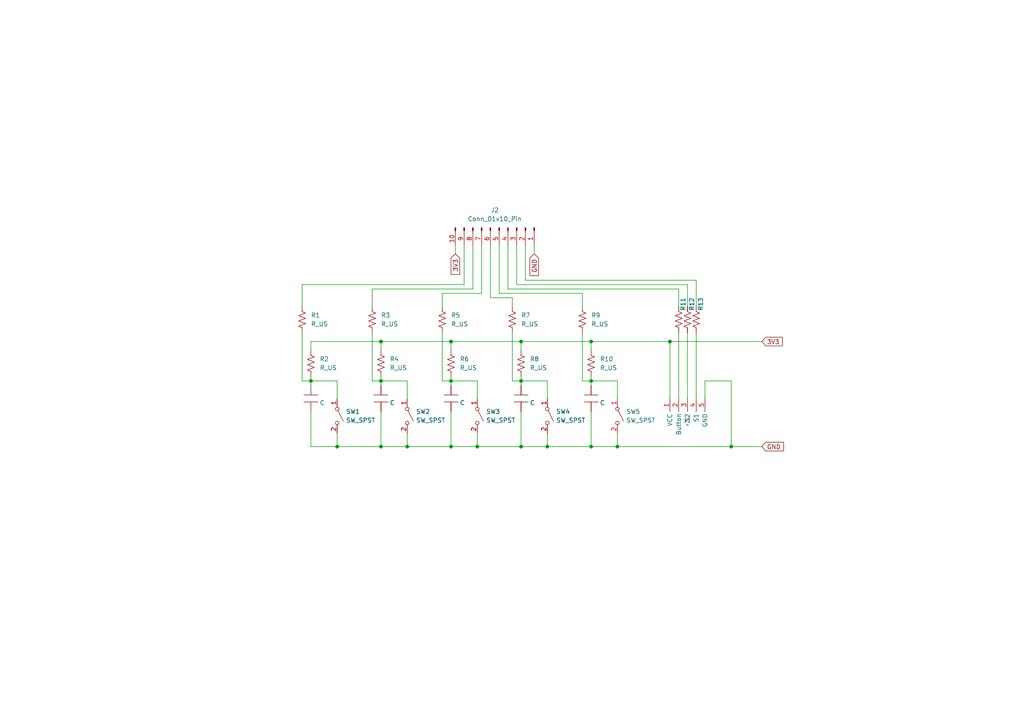
<source format=kicad_sch>
(kicad_sch
	(version 20231120)
	(generator "eeschema")
	(generator_version "8.0")
	(uuid "837ebe1c-45ae-4dbf-ae96-7aa9c5cbb648")
	(paper "A4")
	(lib_symbols
		(symbol "AB Custom:Rotary_Encoder_Breakout"
			(exclude_from_sim no)
			(in_bom yes)
			(on_board yes)
			(property "Reference" "J"
				(at 0 0 0)
				(effects
					(font
						(size 1.27 1.27)
					)
				)
			)
			(property "Value" ""
				(at 0 0 0)
				(effects
					(font
						(size 1.27 1.27)
					)
				)
			)
			(property "Footprint" ""
				(at 0 0 0)
				(effects
					(font
						(size 1.27 1.27)
					)
					(hide yes)
				)
			)
			(property "Datasheet" ""
				(at 0 0 0)
				(effects
					(font
						(size 1.27 1.27)
					)
					(hide yes)
				)
			)
			(property "Description" ""
				(at 0 0 0)
				(effects
					(font
						(size 1.27 1.27)
					)
					(hide yes)
				)
			)
			(symbol "Rotary_Encoder_Breakout_1_1"
				(pin passive line
					(at -5.08 -2.54 270)
					(length 3.81)
					(name "VCC"
						(effects
							(font
								(size 1.27 1.27)
							)
						)
					)
					(number "1"
						(effects
							(font
								(size 1.27 1.27)
							)
						)
					)
				)
				(pin passive line
					(at -2.54 -2.54 270)
					(length 3.81)
					(name "Button"
						(effects
							(font
								(size 1.27 1.27)
							)
						)
					)
					(number "2"
						(effects
							(font
								(size 1.27 1.27)
							)
						)
					)
				)
				(pin passive line
					(at 0 -2.54 270)
					(length 3.81)
					(name "S2"
						(effects
							(font
								(size 1.27 1.27)
							)
						)
					)
					(number "3"
						(effects
							(font
								(size 1.27 1.27)
							)
						)
					)
				)
				(pin passive line
					(at 2.54 -2.54 270)
					(length 3.81)
					(name "S1"
						(effects
							(font
								(size 1.27 1.27)
							)
						)
					)
					(number "4"
						(effects
							(font
								(size 1.27 1.27)
							)
						)
					)
				)
				(pin passive line
					(at 5.08 -2.54 270)
					(length 3.81)
					(name "GND"
						(effects
							(font
								(size 1.27 1.27)
							)
						)
					)
					(number "5"
						(effects
							(font
								(size 1.27 1.27)
							)
						)
					)
				)
			)
		)
		(symbol "ABCustom_Symbols:C"
			(pin_numbers hide)
			(pin_names
				(offset 0.254)
			)
			(exclude_from_sim no)
			(in_bom yes)
			(on_board yes)
			(property "Reference" "C"
				(at 0.762 2.286 0)
				(effects
					(font
						(size 1.27 1.27)
					)
					(justify left)
				)
			)
			(property "Value" "C"
				(at 0.762 -2.286 0)
				(effects
					(font
						(size 1.27 1.27)
					)
					(justify left)
				)
			)
			(property "Footprint" ""
				(at 0.9652 -3.81 0)
				(effects
					(font
						(size 1.27 1.27)
					)
					(hide yes)
				)
			)
			(property "Datasheet" "~"
				(at 0 0 0)
				(effects
					(font
						(size 1.27 1.27)
					)
					(hide yes)
				)
			)
			(property "Description" "Unpolarized capacitor"
				(at 0 0 0)
				(effects
					(font
						(size 1.27 1.27)
					)
					(hide yes)
				)
			)
			(property "ki_keywords" "cap capacitor"
				(at 0 0 0)
				(effects
					(font
						(size 1.27 1.27)
					)
					(hide yes)
				)
			)
			(property "ki_fp_filters" "C_*"
				(at 0 0 0)
				(effects
					(font
						(size 1.27 1.27)
					)
					(hide yes)
				)
			)
			(symbol "C_1_1"
				(polyline
					(pts
						(xy -2.032 -1.016) (xy 2.032 -1.016)
					)
					(stroke
						(width 0)
						(type solid)
					)
					(fill
						(type none)
					)
				)
				(polyline
					(pts
						(xy -2.032 1.016) (xy 2.032 1.016)
					)
					(stroke
						(width 0)
						(type solid)
					)
					(fill
						(type none)
					)
				)
				(pin passive line
					(at 0 3.81 270)
					(length 2.794)
					(name "~"
						(effects
							(font
								(size 1.27 1.27)
							)
						)
					)
					(number "1"
						(effects
							(font
								(size 1.27 1.27)
							)
						)
					)
				)
				(pin passive line
					(at 0 -3.81 90)
					(length 2.794)
					(name "~"
						(effects
							(font
								(size 1.27 1.27)
							)
						)
					)
					(number "2"
						(effects
							(font
								(size 1.27 1.27)
							)
						)
					)
				)
			)
		)
		(symbol "Connector:Conn_01x10_Pin"
			(pin_names
				(offset 1.016) hide)
			(exclude_from_sim no)
			(in_bom yes)
			(on_board yes)
			(property "Reference" "J"
				(at 0 12.7 0)
				(effects
					(font
						(size 1.27 1.27)
					)
				)
			)
			(property "Value" "Conn_01x10_Pin"
				(at 0 -15.24 0)
				(effects
					(font
						(size 1.27 1.27)
					)
				)
			)
			(property "Footprint" ""
				(at 0 0 0)
				(effects
					(font
						(size 1.27 1.27)
					)
					(hide yes)
				)
			)
			(property "Datasheet" "~"
				(at 0 0 0)
				(effects
					(font
						(size 1.27 1.27)
					)
					(hide yes)
				)
			)
			(property "Description" "Generic connector, single row, 01x10, script generated"
				(at 0 0 0)
				(effects
					(font
						(size 1.27 1.27)
					)
					(hide yes)
				)
			)
			(property "ki_locked" ""
				(at 0 0 0)
				(effects
					(font
						(size 1.27 1.27)
					)
				)
			)
			(property "ki_keywords" "connector"
				(at 0 0 0)
				(effects
					(font
						(size 1.27 1.27)
					)
					(hide yes)
				)
			)
			(property "ki_fp_filters" "Connector*:*_1x??_*"
				(at 0 0 0)
				(effects
					(font
						(size 1.27 1.27)
					)
					(hide yes)
				)
			)
			(symbol "Conn_01x10_Pin_1_1"
				(polyline
					(pts
						(xy 1.27 -12.7) (xy 0.8636 -12.7)
					)
					(stroke
						(width 0.1524)
						(type default)
					)
					(fill
						(type none)
					)
				)
				(polyline
					(pts
						(xy 1.27 -10.16) (xy 0.8636 -10.16)
					)
					(stroke
						(width 0.1524)
						(type default)
					)
					(fill
						(type none)
					)
				)
				(polyline
					(pts
						(xy 1.27 -7.62) (xy 0.8636 -7.62)
					)
					(stroke
						(width 0.1524)
						(type default)
					)
					(fill
						(type none)
					)
				)
				(polyline
					(pts
						(xy 1.27 -5.08) (xy 0.8636 -5.08)
					)
					(stroke
						(width 0.1524)
						(type default)
					)
					(fill
						(type none)
					)
				)
				(polyline
					(pts
						(xy 1.27 -2.54) (xy 0.8636 -2.54)
					)
					(stroke
						(width 0.1524)
						(type default)
					)
					(fill
						(type none)
					)
				)
				(polyline
					(pts
						(xy 1.27 0) (xy 0.8636 0)
					)
					(stroke
						(width 0.1524)
						(type default)
					)
					(fill
						(type none)
					)
				)
				(polyline
					(pts
						(xy 1.27 2.54) (xy 0.8636 2.54)
					)
					(stroke
						(width 0.1524)
						(type default)
					)
					(fill
						(type none)
					)
				)
				(polyline
					(pts
						(xy 1.27 5.08) (xy 0.8636 5.08)
					)
					(stroke
						(width 0.1524)
						(type default)
					)
					(fill
						(type none)
					)
				)
				(polyline
					(pts
						(xy 1.27 7.62) (xy 0.8636 7.62)
					)
					(stroke
						(width 0.1524)
						(type default)
					)
					(fill
						(type none)
					)
				)
				(polyline
					(pts
						(xy 1.27 10.16) (xy 0.8636 10.16)
					)
					(stroke
						(width 0.1524)
						(type default)
					)
					(fill
						(type none)
					)
				)
				(rectangle
					(start 0.8636 -12.573)
					(end 0 -12.827)
					(stroke
						(width 0.1524)
						(type default)
					)
					(fill
						(type outline)
					)
				)
				(rectangle
					(start 0.8636 -10.033)
					(end 0 -10.287)
					(stroke
						(width 0.1524)
						(type default)
					)
					(fill
						(type outline)
					)
				)
				(rectangle
					(start 0.8636 -7.493)
					(end 0 -7.747)
					(stroke
						(width 0.1524)
						(type default)
					)
					(fill
						(type outline)
					)
				)
				(rectangle
					(start 0.8636 -4.953)
					(end 0 -5.207)
					(stroke
						(width 0.1524)
						(type default)
					)
					(fill
						(type outline)
					)
				)
				(rectangle
					(start 0.8636 -2.413)
					(end 0 -2.667)
					(stroke
						(width 0.1524)
						(type default)
					)
					(fill
						(type outline)
					)
				)
				(rectangle
					(start 0.8636 0.127)
					(end 0 -0.127)
					(stroke
						(width 0.1524)
						(type default)
					)
					(fill
						(type outline)
					)
				)
				(rectangle
					(start 0.8636 2.667)
					(end 0 2.413)
					(stroke
						(width 0.1524)
						(type default)
					)
					(fill
						(type outline)
					)
				)
				(rectangle
					(start 0.8636 5.207)
					(end 0 4.953)
					(stroke
						(width 0.1524)
						(type default)
					)
					(fill
						(type outline)
					)
				)
				(rectangle
					(start 0.8636 7.747)
					(end 0 7.493)
					(stroke
						(width 0.1524)
						(type default)
					)
					(fill
						(type outline)
					)
				)
				(rectangle
					(start 0.8636 10.287)
					(end 0 10.033)
					(stroke
						(width 0.1524)
						(type default)
					)
					(fill
						(type outline)
					)
				)
				(pin passive line
					(at 5.08 10.16 180)
					(length 3.81)
					(name "Pin_1"
						(effects
							(font
								(size 1.27 1.27)
							)
						)
					)
					(number "1"
						(effects
							(font
								(size 1.27 1.27)
							)
						)
					)
				)
				(pin passive line
					(at 5.08 -12.7 180)
					(length 3.81)
					(name "Pin_10"
						(effects
							(font
								(size 1.27 1.27)
							)
						)
					)
					(number "10"
						(effects
							(font
								(size 1.27 1.27)
							)
						)
					)
				)
				(pin passive line
					(at 5.08 7.62 180)
					(length 3.81)
					(name "Pin_2"
						(effects
							(font
								(size 1.27 1.27)
							)
						)
					)
					(number "2"
						(effects
							(font
								(size 1.27 1.27)
							)
						)
					)
				)
				(pin passive line
					(at 5.08 5.08 180)
					(length 3.81)
					(name "Pin_3"
						(effects
							(font
								(size 1.27 1.27)
							)
						)
					)
					(number "3"
						(effects
							(font
								(size 1.27 1.27)
							)
						)
					)
				)
				(pin passive line
					(at 5.08 2.54 180)
					(length 3.81)
					(name "Pin_4"
						(effects
							(font
								(size 1.27 1.27)
							)
						)
					)
					(number "4"
						(effects
							(font
								(size 1.27 1.27)
							)
						)
					)
				)
				(pin passive line
					(at 5.08 0 180)
					(length 3.81)
					(name "Pin_5"
						(effects
							(font
								(size 1.27 1.27)
							)
						)
					)
					(number "5"
						(effects
							(font
								(size 1.27 1.27)
							)
						)
					)
				)
				(pin passive line
					(at 5.08 -2.54 180)
					(length 3.81)
					(name "Pin_6"
						(effects
							(font
								(size 1.27 1.27)
							)
						)
					)
					(number "6"
						(effects
							(font
								(size 1.27 1.27)
							)
						)
					)
				)
				(pin passive line
					(at 5.08 -5.08 180)
					(length 3.81)
					(name "Pin_7"
						(effects
							(font
								(size 1.27 1.27)
							)
						)
					)
					(number "7"
						(effects
							(font
								(size 1.27 1.27)
							)
						)
					)
				)
				(pin passive line
					(at 5.08 -7.62 180)
					(length 3.81)
					(name "Pin_8"
						(effects
							(font
								(size 1.27 1.27)
							)
						)
					)
					(number "8"
						(effects
							(font
								(size 1.27 1.27)
							)
						)
					)
				)
				(pin passive line
					(at 5.08 -10.16 180)
					(length 3.81)
					(name "Pin_9"
						(effects
							(font
								(size 1.27 1.27)
							)
						)
					)
					(number "9"
						(effects
							(font
								(size 1.27 1.27)
							)
						)
					)
				)
			)
		)
		(symbol "Device:R_US"
			(pin_numbers hide)
			(pin_names
				(offset 0)
			)
			(exclude_from_sim no)
			(in_bom yes)
			(on_board yes)
			(property "Reference" "R"
				(at 2.54 0 90)
				(effects
					(font
						(size 1.27 1.27)
					)
				)
			)
			(property "Value" "R_US"
				(at -2.54 0 90)
				(effects
					(font
						(size 1.27 1.27)
					)
				)
			)
			(property "Footprint" ""
				(at 1.016 -0.254 90)
				(effects
					(font
						(size 1.27 1.27)
					)
					(hide yes)
				)
			)
			(property "Datasheet" "~"
				(at 0 0 0)
				(effects
					(font
						(size 1.27 1.27)
					)
					(hide yes)
				)
			)
			(property "Description" "Resistor, US symbol"
				(at 0 0 0)
				(effects
					(font
						(size 1.27 1.27)
					)
					(hide yes)
				)
			)
			(property "ki_keywords" "R res resistor"
				(at 0 0 0)
				(effects
					(font
						(size 1.27 1.27)
					)
					(hide yes)
				)
			)
			(property "ki_fp_filters" "R_*"
				(at 0 0 0)
				(effects
					(font
						(size 1.27 1.27)
					)
					(hide yes)
				)
			)
			(symbol "R_US_0_1"
				(polyline
					(pts
						(xy 0 -2.286) (xy 0 -2.54)
					)
					(stroke
						(width 0)
						(type default)
					)
					(fill
						(type none)
					)
				)
				(polyline
					(pts
						(xy 0 2.286) (xy 0 2.54)
					)
					(stroke
						(width 0)
						(type default)
					)
					(fill
						(type none)
					)
				)
				(polyline
					(pts
						(xy 0 -0.762) (xy 1.016 -1.143) (xy 0 -1.524) (xy -1.016 -1.905) (xy 0 -2.286)
					)
					(stroke
						(width 0)
						(type default)
					)
					(fill
						(type none)
					)
				)
				(polyline
					(pts
						(xy 0 0.762) (xy 1.016 0.381) (xy 0 0) (xy -1.016 -0.381) (xy 0 -0.762)
					)
					(stroke
						(width 0)
						(type default)
					)
					(fill
						(type none)
					)
				)
				(polyline
					(pts
						(xy 0 2.286) (xy 1.016 1.905) (xy 0 1.524) (xy -1.016 1.143) (xy 0 0.762)
					)
					(stroke
						(width 0)
						(type default)
					)
					(fill
						(type none)
					)
				)
			)
			(symbol "R_US_1_1"
				(pin passive line
					(at 0 3.81 270)
					(length 1.27)
					(name "~"
						(effects
							(font
								(size 1.27 1.27)
							)
						)
					)
					(number "1"
						(effects
							(font
								(size 1.27 1.27)
							)
						)
					)
				)
				(pin passive line
					(at 0 -3.81 90)
					(length 1.27)
					(name "~"
						(effects
							(font
								(size 1.27 1.27)
							)
						)
					)
					(number "2"
						(effects
							(font
								(size 1.27 1.27)
							)
						)
					)
				)
			)
		)
		(symbol "Switch:SW_SPST"
			(pin_names
				(offset 0) hide)
			(exclude_from_sim no)
			(in_bom yes)
			(on_board yes)
			(property "Reference" "SW"
				(at 0 3.175 0)
				(effects
					(font
						(size 1.27 1.27)
					)
				)
			)
			(property "Value" "SW_SPST"
				(at 0 -2.54 0)
				(effects
					(font
						(size 1.27 1.27)
					)
				)
			)
			(property "Footprint" ""
				(at 0 0 0)
				(effects
					(font
						(size 1.27 1.27)
					)
					(hide yes)
				)
			)
			(property "Datasheet" "~"
				(at 0 0 0)
				(effects
					(font
						(size 1.27 1.27)
					)
					(hide yes)
				)
			)
			(property "Description" "Single Pole Single Throw (SPST) switch"
				(at 0 0 0)
				(effects
					(font
						(size 1.27 1.27)
					)
					(hide yes)
				)
			)
			(property "ki_keywords" "switch lever"
				(at 0 0 0)
				(effects
					(font
						(size 1.27 1.27)
					)
					(hide yes)
				)
			)
			(symbol "SW_SPST_0_0"
				(circle
					(center -2.032 0)
					(radius 0.508)
					(stroke
						(width 0)
						(type default)
					)
					(fill
						(type none)
					)
				)
				(polyline
					(pts
						(xy -1.524 0.254) (xy 1.524 1.778)
					)
					(stroke
						(width 0)
						(type default)
					)
					(fill
						(type none)
					)
				)
				(circle
					(center 2.032 0)
					(radius 0.508)
					(stroke
						(width 0)
						(type default)
					)
					(fill
						(type none)
					)
				)
			)
			(symbol "SW_SPST_1_1"
				(pin passive line
					(at -5.08 0 0)
					(length 2.54)
					(name "A"
						(effects
							(font
								(size 1.27 1.27)
							)
						)
					)
					(number "1"
						(effects
							(font
								(size 1.27 1.27)
							)
						)
					)
				)
				(pin passive line
					(at 5.08 0 180)
					(length 2.54)
					(name "B"
						(effects
							(font
								(size 1.27 1.27)
							)
						)
					)
					(number "2"
						(effects
							(font
								(size 1.27 1.27)
							)
						)
					)
				)
			)
		)
	)
	(junction
		(at 130.81 129.54)
		(diameter 0)
		(color 0 0 0 0)
		(uuid "06406b54-fb46-4c54-bcaf-923ae1cf106d")
	)
	(junction
		(at 212.09 129.54)
		(diameter 0)
		(color 0 0 0 0)
		(uuid "26ae2fce-7878-49ec-9c7d-58d90861ade8")
	)
	(junction
		(at 97.79 129.54)
		(diameter 0)
		(color 0 0 0 0)
		(uuid "4d0feee9-8d73-46cc-9390-7bd15724df4e")
	)
	(junction
		(at 179.07 129.54)
		(diameter 0)
		(color 0 0 0 0)
		(uuid "54350f2f-b44a-4bf2-b73e-fa9cd7fd6413")
	)
	(junction
		(at 110.49 99.06)
		(diameter 0)
		(color 0 0 0 0)
		(uuid "594421a2-32d1-452b-9a58-8372d942535a")
	)
	(junction
		(at 138.43 129.54)
		(diameter 0)
		(color 0 0 0 0)
		(uuid "60d8d9ff-c263-4b81-bfd3-94c616a0c4c4")
	)
	(junction
		(at 151.13 110.49)
		(diameter 0)
		(color 0 0 0 0)
		(uuid "6a0e59e5-cce3-423c-9857-08dd63aa106c")
	)
	(junction
		(at 110.49 110.49)
		(diameter 0)
		(color 0 0 0 0)
		(uuid "70d20438-cb50-41ed-b85d-f46d09aef33e")
	)
	(junction
		(at 171.45 129.54)
		(diameter 0)
		(color 0 0 0 0)
		(uuid "73e38f9f-c310-4dea-b91d-bf1fbcdd88ad")
	)
	(junction
		(at 151.13 129.54)
		(diameter 0)
		(color 0 0 0 0)
		(uuid "773300d7-9a76-4820-92b0-2727d11ad8cb")
	)
	(junction
		(at 110.49 129.54)
		(diameter 0)
		(color 0 0 0 0)
		(uuid "7980b63e-d04b-4615-8f0f-5d21f078e374")
	)
	(junction
		(at 151.13 99.06)
		(diameter 0)
		(color 0 0 0 0)
		(uuid "79bc91ec-8c51-4ad4-b4ce-e3340cdb046a")
	)
	(junction
		(at 158.75 129.54)
		(diameter 0)
		(color 0 0 0 0)
		(uuid "873ec447-d7bc-4786-8348-3b2102c36b4f")
	)
	(junction
		(at 130.81 99.06)
		(diameter 0)
		(color 0 0 0 0)
		(uuid "8afce9b2-1aff-4a12-8362-31d1beb162c8")
	)
	(junction
		(at 130.81 110.49)
		(diameter 0)
		(color 0 0 0 0)
		(uuid "9b97aee6-0f59-4574-8a11-283101a19e97")
	)
	(junction
		(at 171.45 99.06)
		(diameter 0)
		(color 0 0 0 0)
		(uuid "d999affd-c1f7-4180-912f-328d3ad9e67e")
	)
	(junction
		(at 171.45 110.49)
		(diameter 0)
		(color 0 0 0 0)
		(uuid "e14863b9-ee48-43a8-b9e9-c86fb1b81ab0")
	)
	(junction
		(at 90.17 110.49)
		(diameter 0)
		(color 0 0 0 0)
		(uuid "e6ee997e-78de-4dc8-85ad-4c60821eb62c")
	)
	(junction
		(at 118.11 129.54)
		(diameter 0)
		(color 0 0 0 0)
		(uuid "ee8eaff3-82ba-42c4-ab63-7f1ca975ff28")
	)
	(junction
		(at 194.31 99.06)
		(diameter 0)
		(color 0 0 0 0)
		(uuid "feaf104c-8a68-4b5d-9da5-bd87753c2443")
	)
	(wire
		(pts
			(xy 130.81 99.06) (xy 151.13 99.06)
		)
		(stroke
			(width 0)
			(type default)
		)
		(uuid "001fd165-33c7-46b8-8825-ca137f611e68")
	)
	(wire
		(pts
			(xy 168.91 85.09) (xy 168.91 88.9)
		)
		(stroke
			(width 0)
			(type default)
		)
		(uuid "00cceb2f-38cd-4732-b86b-fed4d93014f0")
	)
	(wire
		(pts
			(xy 138.43 110.49) (xy 138.43 115.57)
		)
		(stroke
			(width 0)
			(type default)
		)
		(uuid "03e30dcd-ddb7-4709-81c6-ac4ab2585c6f")
	)
	(wire
		(pts
			(xy 204.47 115.57) (xy 204.47 110.49)
		)
		(stroke
			(width 0)
			(type default)
		)
		(uuid "077666af-7283-42ca-8c19-3b12785b082f")
	)
	(wire
		(pts
			(xy 148.59 86.36) (xy 148.59 88.9)
		)
		(stroke
			(width 0)
			(type default)
		)
		(uuid "09b7acb4-6a11-45c2-8bef-b6cd796c78ac")
	)
	(wire
		(pts
			(xy 118.11 129.54) (xy 130.81 129.54)
		)
		(stroke
			(width 0)
			(type default)
		)
		(uuid "0a08c2c5-e6a5-46d3-a8f8-a5443e945af6")
	)
	(wire
		(pts
			(xy 149.86 71.12) (xy 149.86 82.55)
		)
		(stroke
			(width 0)
			(type default)
		)
		(uuid "0a8f013c-b3f4-4744-8e8e-e371f9347272")
	)
	(wire
		(pts
			(xy 110.49 109.22) (xy 110.49 110.49)
		)
		(stroke
			(width 0)
			(type default)
		)
		(uuid "0aebaf99-3b16-43fa-acac-b1d1cbf34be7")
	)
	(wire
		(pts
			(xy 212.09 110.49) (xy 212.09 129.54)
		)
		(stroke
			(width 0)
			(type default)
		)
		(uuid "0b79caf4-0a5a-4228-a79b-8c2ecc51acd1")
	)
	(wire
		(pts
			(xy 199.39 96.52) (xy 199.39 115.57)
		)
		(stroke
			(width 0)
			(type default)
		)
		(uuid "0f4bd362-314d-4bc6-997c-ffb9ff640528")
	)
	(wire
		(pts
			(xy 147.32 83.82) (xy 147.32 71.12)
		)
		(stroke
			(width 0)
			(type default)
		)
		(uuid "112fc1ff-80ec-4d2e-8e2f-c6c791299f33")
	)
	(wire
		(pts
			(xy 118.11 110.49) (xy 118.11 115.57)
		)
		(stroke
			(width 0)
			(type default)
		)
		(uuid "14e28eee-b47c-440a-8054-4b639eb7729d")
	)
	(wire
		(pts
			(xy 134.62 82.55) (xy 134.62 71.12)
		)
		(stroke
			(width 0)
			(type default)
		)
		(uuid "1a0f752c-fb37-4810-8f58-95051772f69b")
	)
	(wire
		(pts
			(xy 90.17 99.06) (xy 90.17 101.6)
		)
		(stroke
			(width 0)
			(type default)
		)
		(uuid "1ae6b891-21ac-4e3d-bb2f-5e2e82009342")
	)
	(wire
		(pts
			(xy 87.63 88.9) (xy 87.63 82.55)
		)
		(stroke
			(width 0)
			(type default)
		)
		(uuid "1b8d5139-4e01-4bc1-a636-0220a4158e09")
	)
	(wire
		(pts
			(xy 130.81 129.54) (xy 138.43 129.54)
		)
		(stroke
			(width 0)
			(type default)
		)
		(uuid "1e5110f7-2596-4c7a-82b7-5f1f06bc8917")
	)
	(wire
		(pts
			(xy 139.7 85.09) (xy 139.7 71.12)
		)
		(stroke
			(width 0)
			(type default)
		)
		(uuid "21ad446b-e6d0-41bb-83db-3e9a9d48a8ea")
	)
	(wire
		(pts
			(xy 158.75 110.49) (xy 158.75 115.57)
		)
		(stroke
			(width 0)
			(type default)
		)
		(uuid "2257d788-a859-400c-a9c9-b890494dc61d")
	)
	(wire
		(pts
			(xy 137.16 83.82) (xy 107.95 83.82)
		)
		(stroke
			(width 0)
			(type default)
		)
		(uuid "245698d6-0a7a-4ce6-8a44-037626d835ee")
	)
	(wire
		(pts
			(xy 179.07 125.73) (xy 179.07 129.54)
		)
		(stroke
			(width 0)
			(type default)
		)
		(uuid "26218e56-c856-4376-b77d-940c1c91cba7")
	)
	(wire
		(pts
			(xy 151.13 110.49) (xy 158.75 110.49)
		)
		(stroke
			(width 0)
			(type default)
		)
		(uuid "26858ba4-8bd6-4ecb-b584-744dcfb15c8b")
	)
	(wire
		(pts
			(xy 110.49 110.49) (xy 118.11 110.49)
		)
		(stroke
			(width 0)
			(type default)
		)
		(uuid "2a12474c-f9be-411b-a594-ae9d2f43ad78")
	)
	(wire
		(pts
			(xy 130.81 99.06) (xy 130.81 101.6)
		)
		(stroke
			(width 0)
			(type default)
		)
		(uuid "2c3d2710-688b-4928-bf7f-c75819726ffd")
	)
	(wire
		(pts
			(xy 130.81 109.22) (xy 130.81 110.49)
		)
		(stroke
			(width 0)
			(type default)
		)
		(uuid "2f5e6d59-597c-495b-97b1-bf51d7ded27e")
	)
	(wire
		(pts
			(xy 138.43 125.73) (xy 138.43 129.54)
		)
		(stroke
			(width 0)
			(type default)
		)
		(uuid "30a7d18d-717f-43cd-82ac-d19d5bb8c0b4")
	)
	(wire
		(pts
			(xy 130.81 111.76) (xy 130.81 110.49)
		)
		(stroke
			(width 0)
			(type default)
		)
		(uuid "314617ae-c8b1-49c8-889a-9895fd384fa4")
	)
	(wire
		(pts
			(xy 151.13 99.06) (xy 151.13 101.6)
		)
		(stroke
			(width 0)
			(type default)
		)
		(uuid "33aee1b9-fd07-4827-98cf-61883330fd01")
	)
	(wire
		(pts
			(xy 171.45 99.06) (xy 194.31 99.06)
		)
		(stroke
			(width 0)
			(type default)
		)
		(uuid "3479499e-8956-44a9-92bf-940d01383141")
	)
	(wire
		(pts
			(xy 171.45 119.38) (xy 171.45 129.54)
		)
		(stroke
			(width 0)
			(type default)
		)
		(uuid "34b90f2e-a737-453c-be1f-b339835a8055")
	)
	(wire
		(pts
			(xy 97.79 110.49) (xy 97.79 115.57)
		)
		(stroke
			(width 0)
			(type default)
		)
		(uuid "38db173e-e455-460e-9791-9734a34f1fb0")
	)
	(wire
		(pts
			(xy 194.31 99.06) (xy 220.98 99.06)
		)
		(stroke
			(width 0)
			(type default)
		)
		(uuid "38f9f91b-e3b6-48da-b2e1-ae01bbd84d8a")
	)
	(wire
		(pts
			(xy 201.93 96.52) (xy 201.93 115.57)
		)
		(stroke
			(width 0)
			(type default)
		)
		(uuid "3d460af6-9c60-433d-bacc-a284ce77a844")
	)
	(wire
		(pts
			(xy 179.07 129.54) (xy 212.09 129.54)
		)
		(stroke
			(width 0)
			(type default)
		)
		(uuid "42615fa3-3306-4362-b8c0-c88fcbb097ca")
	)
	(wire
		(pts
			(xy 107.95 96.52) (xy 107.95 110.49)
		)
		(stroke
			(width 0)
			(type default)
		)
		(uuid "4472f6f1-40eb-4e5c-b36a-ea532fc9d79c")
	)
	(wire
		(pts
			(xy 110.49 119.38) (xy 110.49 129.54)
		)
		(stroke
			(width 0)
			(type default)
		)
		(uuid "48e08bc7-c67a-41cd-a9c7-0e0494265217")
	)
	(wire
		(pts
			(xy 196.85 83.82) (xy 196.85 88.9)
		)
		(stroke
			(width 0)
			(type default)
		)
		(uuid "4dcd1edc-5cab-48bf-9d72-34daa757eb30")
	)
	(wire
		(pts
			(xy 151.13 109.22) (xy 151.13 110.49)
		)
		(stroke
			(width 0)
			(type default)
		)
		(uuid "533afb2d-54ba-450c-93f3-0dc77c555843")
	)
	(wire
		(pts
			(xy 132.08 71.12) (xy 132.08 73.66)
		)
		(stroke
			(width 0)
			(type default)
		)
		(uuid "5ff71f73-50a7-480a-a59f-1f6fffa8bdd7")
	)
	(wire
		(pts
			(xy 110.49 99.06) (xy 130.81 99.06)
		)
		(stroke
			(width 0)
			(type default)
		)
		(uuid "6436c2c8-7776-4f3b-9deb-7407229f8b8a")
	)
	(wire
		(pts
			(xy 201.93 81.28) (xy 201.93 88.9)
		)
		(stroke
			(width 0)
			(type default)
		)
		(uuid "643a0175-6682-4b07-a858-835b358bfb37")
	)
	(wire
		(pts
			(xy 110.49 129.54) (xy 118.11 129.54)
		)
		(stroke
			(width 0)
			(type default)
		)
		(uuid "6d895cd2-9d66-4b09-b879-c2a3bf54bbe8")
	)
	(wire
		(pts
			(xy 138.43 129.54) (xy 151.13 129.54)
		)
		(stroke
			(width 0)
			(type default)
		)
		(uuid "70fea3ef-f389-4bf7-8713-fc1a34a4802e")
	)
	(wire
		(pts
			(xy 142.24 86.36) (xy 148.59 86.36)
		)
		(stroke
			(width 0)
			(type default)
		)
		(uuid "73696199-4c7b-420b-917a-d51ad783297a")
	)
	(wire
		(pts
			(xy 110.49 99.06) (xy 110.49 101.6)
		)
		(stroke
			(width 0)
			(type default)
		)
		(uuid "7afffa36-02af-42d7-bae0-701557924ae4")
	)
	(wire
		(pts
			(xy 171.45 109.22) (xy 171.45 110.49)
		)
		(stroke
			(width 0)
			(type default)
		)
		(uuid "7d8a97f5-64e8-480f-b142-9efa701992dd")
	)
	(wire
		(pts
			(xy 151.13 111.76) (xy 151.13 110.49)
		)
		(stroke
			(width 0)
			(type default)
		)
		(uuid "7f239d63-ce5f-4c5a-861b-49cc72f8db49")
	)
	(wire
		(pts
			(xy 148.59 96.52) (xy 148.59 110.49)
		)
		(stroke
			(width 0)
			(type default)
		)
		(uuid "8166835e-5d80-4db8-a7ee-93608c0ec446")
	)
	(wire
		(pts
			(xy 171.45 110.49) (xy 179.07 110.49)
		)
		(stroke
			(width 0)
			(type default)
		)
		(uuid "890efd79-c7ae-48e8-9bf6-a327a37e19dc")
	)
	(wire
		(pts
			(xy 158.75 129.54) (xy 171.45 129.54)
		)
		(stroke
			(width 0)
			(type default)
		)
		(uuid "89c58a34-9ce2-4784-9d51-e4b025aacf9f")
	)
	(wire
		(pts
			(xy 90.17 129.54) (xy 97.79 129.54)
		)
		(stroke
			(width 0)
			(type default)
		)
		(uuid "89dbbc73-aec2-4cd1-b968-c1c8e0d1b605")
	)
	(wire
		(pts
			(xy 168.91 110.49) (xy 171.45 110.49)
		)
		(stroke
			(width 0)
			(type default)
		)
		(uuid "8a3435d6-0242-4577-b222-f01a752984ff")
	)
	(wire
		(pts
			(xy 139.7 85.09) (xy 128.27 85.09)
		)
		(stroke
			(width 0)
			(type default)
		)
		(uuid "8baf766e-9c13-42d0-8ae3-03260568a4e4")
	)
	(wire
		(pts
			(xy 171.45 129.54) (xy 179.07 129.54)
		)
		(stroke
			(width 0)
			(type default)
		)
		(uuid "8e361b4b-447d-4446-a219-6c0de7a64cb3")
	)
	(wire
		(pts
			(xy 97.79 125.73) (xy 97.79 129.54)
		)
		(stroke
			(width 0)
			(type default)
		)
		(uuid "8f752275-59a0-4287-bd67-e45acf8ea65e")
	)
	(wire
		(pts
			(xy 144.78 85.09) (xy 168.91 85.09)
		)
		(stroke
			(width 0)
			(type default)
		)
		(uuid "90e0f715-6d55-453e-a009-f079353deeb8")
	)
	(wire
		(pts
			(xy 171.45 99.06) (xy 171.45 101.6)
		)
		(stroke
			(width 0)
			(type default)
		)
		(uuid "94379c7e-20fc-40b1-8377-18deb95c55bd")
	)
	(wire
		(pts
			(xy 90.17 109.22) (xy 90.17 110.49)
		)
		(stroke
			(width 0)
			(type default)
		)
		(uuid "9b1aef6e-ab4e-45fc-9ab2-e6fef98c8fe6")
	)
	(wire
		(pts
			(xy 196.85 96.52) (xy 196.85 115.57)
		)
		(stroke
			(width 0)
			(type default)
		)
		(uuid "9cd1ce7a-1eba-4f1c-9a99-49a8d3fe5a21")
	)
	(wire
		(pts
			(xy 148.59 110.49) (xy 151.13 110.49)
		)
		(stroke
			(width 0)
			(type default)
		)
		(uuid "a0ffb260-d8be-4d28-bb25-17b2d27856aa")
	)
	(wire
		(pts
			(xy 204.47 110.49) (xy 212.09 110.49)
		)
		(stroke
			(width 0)
			(type default)
		)
		(uuid "a44ab68d-77ae-4582-81b1-e7daa38294f0")
	)
	(wire
		(pts
			(xy 142.24 71.12) (xy 142.24 86.36)
		)
		(stroke
			(width 0)
			(type default)
		)
		(uuid "a4e7d074-d614-4efc-8977-d3fed0ca1e08")
	)
	(wire
		(pts
			(xy 201.93 81.28) (xy 152.4 81.28)
		)
		(stroke
			(width 0)
			(type default)
		)
		(uuid "a557d6dc-d908-49d2-bfe3-571b24b6ab48")
	)
	(wire
		(pts
			(xy 149.86 82.55) (xy 199.39 82.55)
		)
		(stroke
			(width 0)
			(type default)
		)
		(uuid "a7247ec6-0b0d-40cc-a79a-df2a8fa1b2f8")
	)
	(wire
		(pts
			(xy 118.11 125.73) (xy 118.11 129.54)
		)
		(stroke
			(width 0)
			(type default)
		)
		(uuid "aaff96a5-6a3b-47dc-90f8-c36612e25c68")
	)
	(wire
		(pts
			(xy 152.4 71.12) (xy 152.4 81.28)
		)
		(stroke
			(width 0)
			(type default)
		)
		(uuid "b2e00d14-7865-4e88-b690-55bd27c2d29c")
	)
	(wire
		(pts
			(xy 151.13 99.06) (xy 171.45 99.06)
		)
		(stroke
			(width 0)
			(type default)
		)
		(uuid "b3d06e9e-b030-4b8c-8762-9b7d1d908264")
	)
	(wire
		(pts
			(xy 107.95 110.49) (xy 110.49 110.49)
		)
		(stroke
			(width 0)
			(type default)
		)
		(uuid "be0cc734-38d8-4f3a-962f-909feb301f07")
	)
	(wire
		(pts
			(xy 87.63 82.55) (xy 134.62 82.55)
		)
		(stroke
			(width 0)
			(type default)
		)
		(uuid "c0e36c88-fa79-4caa-aa10-1ead3ad0065a")
	)
	(wire
		(pts
			(xy 212.09 129.54) (xy 220.98 129.54)
		)
		(stroke
			(width 0)
			(type default)
		)
		(uuid "c2b900cc-d6e3-4e9c-9e5b-486a7a98ae4e")
	)
	(wire
		(pts
			(xy 199.39 82.55) (xy 199.39 88.9)
		)
		(stroke
			(width 0)
			(type default)
		)
		(uuid "c4272bf9-7f7c-4638-90c7-1ee65a847298")
	)
	(wire
		(pts
			(xy 87.63 96.52) (xy 87.63 110.49)
		)
		(stroke
			(width 0)
			(type default)
		)
		(uuid "cc43670d-7f1b-4026-8691-68f59b43f69e")
	)
	(wire
		(pts
			(xy 194.31 99.06) (xy 194.31 115.57)
		)
		(stroke
			(width 0)
			(type default)
		)
		(uuid "d604615a-e878-43ab-9c02-35e30c5074ab")
	)
	(wire
		(pts
			(xy 90.17 99.06) (xy 110.49 99.06)
		)
		(stroke
			(width 0)
			(type default)
		)
		(uuid "d6b3a026-ccce-462f-968a-2afa695ad4c7")
	)
	(wire
		(pts
			(xy 151.13 119.38) (xy 151.13 129.54)
		)
		(stroke
			(width 0)
			(type default)
		)
		(uuid "d78aaa6e-1341-4f46-af2a-c40649caebbb")
	)
	(wire
		(pts
			(xy 130.81 110.49) (xy 138.43 110.49)
		)
		(stroke
			(width 0)
			(type default)
		)
		(uuid "d7de51bf-c32f-436c-9fba-b63cc96285ec")
	)
	(wire
		(pts
			(xy 168.91 96.52) (xy 168.91 110.49)
		)
		(stroke
			(width 0)
			(type default)
		)
		(uuid "d96bb111-4c5d-4847-a31e-a6d07d8ac384")
	)
	(wire
		(pts
			(xy 110.49 111.76) (xy 110.49 110.49)
		)
		(stroke
			(width 0)
			(type default)
		)
		(uuid "dcf35a5a-a516-4fbe-ad54-6c1a3cef42b9")
	)
	(wire
		(pts
			(xy 130.81 119.38) (xy 130.81 129.54)
		)
		(stroke
			(width 0)
			(type default)
		)
		(uuid "dfb0b6b3-9ed8-448f-8f5c-a2e21adad095")
	)
	(wire
		(pts
			(xy 90.17 111.76) (xy 90.17 110.49)
		)
		(stroke
			(width 0)
			(type default)
		)
		(uuid "e1481462-f93c-4083-bad5-038b5734d81b")
	)
	(wire
		(pts
			(xy 179.07 110.49) (xy 179.07 115.57)
		)
		(stroke
			(width 0)
			(type default)
		)
		(uuid "e54e23d5-8171-4485-825e-a25e0ebd45e4")
	)
	(wire
		(pts
			(xy 128.27 96.52) (xy 128.27 110.49)
		)
		(stroke
			(width 0)
			(type default)
		)
		(uuid "e5589f5b-03a9-4279-9aa7-5080163e21d5")
	)
	(wire
		(pts
			(xy 151.13 129.54) (xy 158.75 129.54)
		)
		(stroke
			(width 0)
			(type default)
		)
		(uuid "e5eae0f2-0c24-4fd8-8a0a-ca35093903d1")
	)
	(wire
		(pts
			(xy 171.45 111.76) (xy 171.45 110.49)
		)
		(stroke
			(width 0)
			(type default)
		)
		(uuid "ea0d5a8e-e020-4970-a8e8-36c9729e4edb")
	)
	(wire
		(pts
			(xy 158.75 125.73) (xy 158.75 129.54)
		)
		(stroke
			(width 0)
			(type default)
		)
		(uuid "ebed36e5-3f20-4e5b-a6b7-ef80c2e7f964")
	)
	(wire
		(pts
			(xy 144.78 85.09) (xy 144.78 71.12)
		)
		(stroke
			(width 0)
			(type default)
		)
		(uuid "eccfa868-4153-4e34-ab90-ab2566f73269")
	)
	(wire
		(pts
			(xy 90.17 110.49) (xy 97.79 110.49)
		)
		(stroke
			(width 0)
			(type default)
		)
		(uuid "ef9ab720-9ff6-44dc-9254-3c7931905675")
	)
	(wire
		(pts
			(xy 147.32 83.82) (xy 196.85 83.82)
		)
		(stroke
			(width 0)
			(type default)
		)
		(uuid "f5958a5e-f72d-4899-9b03-67142c329688")
	)
	(wire
		(pts
			(xy 90.17 119.38) (xy 90.17 129.54)
		)
		(stroke
			(width 0)
			(type default)
		)
		(uuid "f76e0f21-9593-4479-9458-1d435908a535")
	)
	(wire
		(pts
			(xy 107.95 83.82) (xy 107.95 88.9)
		)
		(stroke
			(width 0)
			(type default)
		)
		(uuid "f7d3d28b-3a05-4c3d-8e46-9be2c026bd93")
	)
	(wire
		(pts
			(xy 137.16 83.82) (xy 137.16 71.12)
		)
		(stroke
			(width 0)
			(type default)
		)
		(uuid "f8a11f6e-3c11-4d00-bc3f-bfcea27cab7d")
	)
	(wire
		(pts
			(xy 154.94 71.12) (xy 154.94 73.66)
		)
		(stroke
			(width 0)
			(type default)
		)
		(uuid "f8a30b1d-e2f9-4124-9f66-551cbfdb754f")
	)
	(wire
		(pts
			(xy 87.63 110.49) (xy 90.17 110.49)
		)
		(stroke
			(width 0)
			(type default)
		)
		(uuid "fbf58d19-752d-454c-b616-daf60b5b9404")
	)
	(wire
		(pts
			(xy 97.79 129.54) (xy 110.49 129.54)
		)
		(stroke
			(width 0)
			(type default)
		)
		(uuid "fc88144d-8de5-439b-a974-1381d7582926")
	)
	(wire
		(pts
			(xy 128.27 110.49) (xy 130.81 110.49)
		)
		(stroke
			(width 0)
			(type default)
		)
		(uuid "fcbcc0aa-731b-4c59-aa61-1010920d69b8")
	)
	(wire
		(pts
			(xy 128.27 85.09) (xy 128.27 88.9)
		)
		(stroke
			(width 0)
			(type default)
		)
		(uuid "ffa44db0-bdae-49c8-9bf0-33df73884ef9")
	)
	(global_label "GND"
		(shape input)
		(at 154.94 73.66 270)
		(fields_autoplaced yes)
		(effects
			(font
				(size 1.27 1.27)
			)
			(justify right)
		)
		(uuid "b9d68c85-ee18-4a9f-a532-efce35d84656")
		(property "Intersheetrefs" "${INTERSHEET_REFS}"
			(at 154.94 80.5157 90)
			(effects
				(font
					(size 1.27 1.27)
				)
				(justify right)
				(hide yes)
			)
		)
	)
	(global_label "3V3"
		(shape input)
		(at 132.08 73.66 270)
		(fields_autoplaced yes)
		(effects
			(font
				(size 1.27 1.27)
			)
			(justify right)
		)
		(uuid "bd192cfb-2f8d-4b49-b82a-1eef6b589ef2")
		(property "Intersheetrefs" "${INTERSHEET_REFS}"
			(at 132.08 80.1528 90)
			(effects
				(font
					(size 1.27 1.27)
				)
				(justify right)
				(hide yes)
			)
		)
	)
	(global_label "GND"
		(shape input)
		(at 220.98 129.54 0)
		(fields_autoplaced yes)
		(effects
			(font
				(size 1.27 1.27)
			)
			(justify left)
		)
		(uuid "db57cace-3a64-49af-a9b2-fc2442cd88b9")
		(property "Intersheetrefs" "${INTERSHEET_REFS}"
			(at 227.8357 129.54 0)
			(effects
				(font
					(size 1.27 1.27)
				)
				(justify left)
				(hide yes)
			)
		)
	)
	(global_label "3V3"
		(shape input)
		(at 220.98 99.06 0)
		(fields_autoplaced yes)
		(effects
			(font
				(size 1.27 1.27)
			)
			(justify left)
		)
		(uuid "e5c65b7d-4085-4842-be46-ad62c41117ad")
		(property "Intersheetrefs" "${INTERSHEET_REFS}"
			(at 227.4728 99.06 0)
			(effects
				(font
					(size 1.27 1.27)
				)
				(justify left)
				(hide yes)
			)
		)
	)
	(symbol
		(lib_id "Connector:Conn_01x10_Pin")
		(at 144.78 66.04 270)
		(unit 1)
		(exclude_from_sim no)
		(in_bom yes)
		(on_board yes)
		(dnp no)
		(fields_autoplaced yes)
		(uuid "0a6f980f-7458-4e9d-9c1a-d4fe04e551cc")
		(property "Reference" "J2"
			(at 143.51 60.96 90)
			(effects
				(font
					(size 1.27 1.27)
				)
			)
		)
		(property "Value" "Conn_01x10_Pin"
			(at 143.51 63.5 90)
			(effects
				(font
					(size 1.27 1.27)
				)
			)
		)
		(property "Footprint" "Connector_PinHeader_2.54mm:PinHeader_1x10_P2.54mm_Vertical"
			(at 144.78 66.04 0)
			(effects
				(font
					(size 1.27 1.27)
				)
				(hide yes)
			)
		)
		(property "Datasheet" "~"
			(at 144.78 66.04 0)
			(effects
				(font
					(size 1.27 1.27)
				)
				(hide yes)
			)
		)
		(property "Description" "Generic connector, single row, 01x10, script generated"
			(at 144.78 66.04 0)
			(effects
				(font
					(size 1.27 1.27)
				)
				(hide yes)
			)
		)
		(pin "10"
			(uuid "76da10ca-6f0f-4728-b158-faccc366736b")
		)
		(pin "8"
			(uuid "caefa53b-7b82-4fc9-ab92-729ec991bf29")
		)
		(pin "9"
			(uuid "0ea32a81-976e-4fe3-851d-98e321e6090d")
		)
		(pin "6"
			(uuid "4054df97-9414-44cb-93cd-48a084476457")
		)
		(pin "5"
			(uuid "926328a8-cd10-4ebc-8363-836165a5a106")
		)
		(pin "2"
			(uuid "954febc2-6ec6-4339-b7b8-3a1ddfe03ea0")
		)
		(pin "1"
			(uuid "4fb0e6ed-5ebb-45c8-850d-8b0ad759a0d4")
		)
		(pin "7"
			(uuid "883c19b3-44f9-49ec-b131-c39e11794eb3")
		)
		(pin "3"
			(uuid "bb7dacb9-8bd8-4272-af68-9006345aca04")
		)
		(pin "4"
			(uuid "166323d4-bb81-49b0-8be5-1411c0bc24bb")
		)
		(instances
			(project "Remote"
				(path "/837ebe1c-45ae-4dbf-ae96-7aa9c5cbb648"
					(reference "J2")
					(unit 1)
				)
			)
		)
	)
	(symbol
		(lib_id "ABCustom_Symbols:C")
		(at 151.13 115.57 180)
		(unit 1)
		(exclude_from_sim no)
		(in_bom yes)
		(on_board yes)
		(dnp no)
		(uuid "1177b6e9-a041-435a-b16b-8c86405f1b63")
		(property "Reference" "C4"
			(at 153.67 114.3 0)
			(effects
				(font
					(size 1.27 1.27)
				)
				(justify right)
				(hide yes)
			)
		)
		(property "Value" "C"
			(at 153.67 116.84 0)
			(effects
				(font
					(size 1.27 1.27)
				)
				(justify right)
			)
		)
		(property "Footprint" "AB_Custom_Footprints:C_MicroMELF_MMU-0102"
			(at 150.1648 111.76 0)
			(effects
				(font
					(size 1.27 1.27)
				)
				(hide yes)
			)
		)
		(property "Datasheet" "~"
			(at 151.13 115.57 0)
			(effects
				(font
					(size 1.27 1.27)
				)
				(hide yes)
			)
		)
		(property "Description" ""
			(at 151.13 115.57 0)
			(effects
				(font
					(size 1.27 1.27)
				)
				(hide yes)
			)
		)
		(pin "1"
			(uuid "b316f78b-988b-473d-80cf-df320f88411c")
		)
		(pin "2"
			(uuid "6ba825a2-9a0a-477e-8211-6ec53959892e")
		)
		(instances
			(project "Remote"
				(path "/837ebe1c-45ae-4dbf-ae96-7aa9c5cbb648"
					(reference "C4")
					(unit 1)
				)
			)
		)
	)
	(symbol
		(lib_id "Device:R_US")
		(at 107.95 92.71 0)
		(unit 1)
		(exclude_from_sim no)
		(in_bom yes)
		(on_board yes)
		(dnp no)
		(uuid "18b110a5-a56a-4cc5-8d6c-0e58859d770d")
		(property "Reference" "R3"
			(at 110.49 91.44 0)
			(effects
				(font
					(size 1.27 1.27)
				)
				(justify left)
			)
		)
		(property "Value" "R_US"
			(at 110.49 93.98 0)
			(effects
				(font
					(size 1.27 1.27)
				)
				(justify left)
			)
		)
		(property "Footprint" "Resistor_SMD:R_0805_2012Metric"
			(at 108.966 92.964 90)
			(effects
				(font
					(size 1.27 1.27)
				)
				(hide yes)
			)
		)
		(property "Datasheet" "~"
			(at 107.95 92.71 0)
			(effects
				(font
					(size 1.27 1.27)
				)
				(hide yes)
			)
		)
		(property "Description" ""
			(at 107.95 92.71 0)
			(effects
				(font
					(size 1.27 1.27)
				)
				(hide yes)
			)
		)
		(pin "1"
			(uuid "cfaa634a-c42d-465a-9ce3-4ed34b475754")
		)
		(pin "2"
			(uuid "7d0b1ccd-3794-4424-a581-a4c85a51e82f")
		)
		(instances
			(project "Remote"
				(path "/837ebe1c-45ae-4dbf-ae96-7aa9c5cbb648"
					(reference "R3")
					(unit 1)
				)
			)
		)
	)
	(symbol
		(lib_id "Switch:SW_SPST")
		(at 179.07 120.65 270)
		(unit 1)
		(exclude_from_sim no)
		(in_bom yes)
		(on_board yes)
		(dnp no)
		(fields_autoplaced yes)
		(uuid "18bdd01e-bfae-4228-be50-56409b2ba4be")
		(property "Reference" "SW5"
			(at 181.61 119.3799 90)
			(effects
				(font
					(size 1.27 1.27)
				)
				(justify left)
			)
		)
		(property "Value" "SW_SPST"
			(at 181.61 121.9199 90)
			(effects
				(font
					(size 1.27 1.27)
				)
				(justify left)
			)
		)
		(property "Footprint" "AB_Custom_Footprints:SW_Push_1P1T_NO_6x6mm"
			(at 179.07 120.65 0)
			(effects
				(font
					(size 1.27 1.27)
				)
				(hide yes)
			)
		)
		(property "Datasheet" "~"
			(at 179.07 120.65 0)
			(effects
				(font
					(size 1.27 1.27)
				)
				(hide yes)
			)
		)
		(property "Description" "Single Pole Single Throw (SPST) switch"
			(at 179.07 120.65 0)
			(effects
				(font
					(size 1.27 1.27)
				)
				(hide yes)
			)
		)
		(pin "2"
			(uuid "b13e6e7b-36f7-4483-bc74-b4c8385d22e2")
		)
		(pin "1"
			(uuid "b6e1f3e1-651f-4192-b52e-489d2fef03b1")
		)
		(instances
			(project "Remote"
				(path "/837ebe1c-45ae-4dbf-ae96-7aa9c5cbb648"
					(reference "SW5")
					(unit 1)
				)
			)
		)
	)
	(symbol
		(lib_id "Device:R_US")
		(at 196.85 92.71 0)
		(unit 1)
		(exclude_from_sim no)
		(in_bom yes)
		(on_board yes)
		(dnp no)
		(uuid "2325f868-9c71-409f-af7f-29fbcb0517ed")
		(property "Reference" "R11"
			(at 198.12 90.17 90)
			(effects
				(font
					(size 1.27 1.27)
				)
				(justify left)
			)
		)
		(property "Value" "R_US"
			(at 198.12 98.806 90)
			(effects
				(font
					(size 1.27 1.27)
				)
				(justify left)
				(hide yes)
			)
		)
		(property "Footprint" "Resistor_SMD:R_0805_2012Metric"
			(at 197.866 92.964 90)
			(effects
				(font
					(size 1.27 1.27)
				)
				(hide yes)
			)
		)
		(property "Datasheet" "~"
			(at 196.85 92.71 0)
			(effects
				(font
					(size 1.27 1.27)
				)
				(hide yes)
			)
		)
		(property "Description" ""
			(at 196.85 92.71 0)
			(effects
				(font
					(size 1.27 1.27)
				)
				(hide yes)
			)
		)
		(pin "1"
			(uuid "70a9efbd-31e1-4b89-9ea9-6b975ade6139")
		)
		(pin "2"
			(uuid "4a208542-fcb8-4347-966b-b1336309b995")
		)
		(instances
			(project "Remote"
				(path "/837ebe1c-45ae-4dbf-ae96-7aa9c5cbb648"
					(reference "R11")
					(unit 1)
				)
			)
		)
	)
	(symbol
		(lib_id "ABCustom_Symbols:C")
		(at 130.81 115.57 180)
		(unit 1)
		(exclude_from_sim no)
		(in_bom yes)
		(on_board yes)
		(dnp no)
		(uuid "238817d5-1a75-462d-b30b-1b6fa59989fe")
		(property "Reference" "C3"
			(at 133.35 114.3 0)
			(effects
				(font
					(size 1.27 1.27)
				)
				(justify right)
				(hide yes)
			)
		)
		(property "Value" "C"
			(at 133.35 116.84 0)
			(effects
				(font
					(size 1.27 1.27)
				)
				(justify right)
			)
		)
		(property "Footprint" "AB_Custom_Footprints:C_MicroMELF_MMU-0102"
			(at 129.8448 111.76 0)
			(effects
				(font
					(size 1.27 1.27)
				)
				(hide yes)
			)
		)
		(property "Datasheet" "~"
			(at 130.81 115.57 0)
			(effects
				(font
					(size 1.27 1.27)
				)
				(hide yes)
			)
		)
		(property "Description" ""
			(at 130.81 115.57 0)
			(effects
				(font
					(size 1.27 1.27)
				)
				(hide yes)
			)
		)
		(pin "1"
			(uuid "1da72396-41f2-4baa-a002-3bd9e9661c9b")
		)
		(pin "2"
			(uuid "05c5867a-acc3-4b24-8dc8-5fd13b225df0")
		)
		(instances
			(project "Remote"
				(path "/837ebe1c-45ae-4dbf-ae96-7aa9c5cbb648"
					(reference "C3")
					(unit 1)
				)
			)
		)
	)
	(symbol
		(lib_id "Device:R_US")
		(at 199.39 92.71 0)
		(unit 1)
		(exclude_from_sim no)
		(in_bom yes)
		(on_board yes)
		(dnp no)
		(uuid "25f3b9be-49c3-466d-984e-54460535c0a7")
		(property "Reference" "R12"
			(at 200.66 90.17 90)
			(effects
				(font
					(size 1.27 1.27)
				)
				(justify left)
			)
		)
		(property "Value" "R_US"
			(at 200.66 98.806 90)
			(effects
				(font
					(size 1.27 1.27)
				)
				(justify left)
				(hide yes)
			)
		)
		(property "Footprint" "Resistor_SMD:R_0805_2012Metric"
			(at 200.406 92.964 90)
			(effects
				(font
					(size 1.27 1.27)
				)
				(hide yes)
			)
		)
		(property "Datasheet" "~"
			(at 199.39 92.71 0)
			(effects
				(font
					(size 1.27 1.27)
				)
				(hide yes)
			)
		)
		(property "Description" ""
			(at 199.39 92.71 0)
			(effects
				(font
					(size 1.27 1.27)
				)
				(hide yes)
			)
		)
		(pin "1"
			(uuid "a09fa38f-70f2-4dd4-b7c8-c0bfd73e1ba6")
		)
		(pin "2"
			(uuid "23e0b08d-721f-484e-8e4e-224b2f3d5049")
		)
		(instances
			(project "Remote"
				(path "/837ebe1c-45ae-4dbf-ae96-7aa9c5cbb648"
					(reference "R12")
					(unit 1)
				)
			)
		)
	)
	(symbol
		(lib_id "Device:R_US")
		(at 128.27 92.71 0)
		(unit 1)
		(exclude_from_sim no)
		(in_bom yes)
		(on_board yes)
		(dnp no)
		(uuid "30ce029e-6a98-4601-a2f2-fbc7e8ce5267")
		(property "Reference" "R5"
			(at 130.81 91.44 0)
			(effects
				(font
					(size 1.27 1.27)
				)
				(justify left)
			)
		)
		(property "Value" "R_US"
			(at 130.81 93.98 0)
			(effects
				(font
					(size 1.27 1.27)
				)
				(justify left)
			)
		)
		(property "Footprint" "Resistor_SMD:R_0805_2012Metric"
			(at 129.286 92.964 90)
			(effects
				(font
					(size 1.27 1.27)
				)
				(hide yes)
			)
		)
		(property "Datasheet" "~"
			(at 128.27 92.71 0)
			(effects
				(font
					(size 1.27 1.27)
				)
				(hide yes)
			)
		)
		(property "Description" ""
			(at 128.27 92.71 0)
			(effects
				(font
					(size 1.27 1.27)
				)
				(hide yes)
			)
		)
		(pin "1"
			(uuid "44006720-95d1-4d47-997d-0ab6e6eac995")
		)
		(pin "2"
			(uuid "14565aef-44c5-4894-b247-dd2ed345095b")
		)
		(instances
			(project "Remote"
				(path "/837ebe1c-45ae-4dbf-ae96-7aa9c5cbb648"
					(reference "R5")
					(unit 1)
				)
			)
		)
	)
	(symbol
		(lib_id "AB Custom:Rotary_Encoder_Breakout")
		(at 199.39 113.03 0)
		(unit 1)
		(exclude_from_sim no)
		(in_bom yes)
		(on_board yes)
		(dnp no)
		(fields_autoplaced yes)
		(uuid "4f3a6194-bb58-4916-bcb0-ffdc78d76db7")
		(property "Reference" "J1"
			(at 199.39 121.92 0)
			(effects
				(font
					(size 1.27 1.27)
				)
			)
		)
		(property "Value" "~"
			(at 199.39 123.19 0)
			(effects
				(font
					(size 1.27 1.27)
				)
			)
		)
		(property "Footprint" "Connector_PinHeader_2.54mm:PinHeader_1x05_P2.54mm_Vertical"
			(at 199.39 113.03 0)
			(effects
				(font
					(size 1.27 1.27)
				)
				(hide yes)
			)
		)
		(property "Datasheet" ""
			(at 199.39 113.03 0)
			(effects
				(font
					(size 1.27 1.27)
				)
				(hide yes)
			)
		)
		(property "Description" ""
			(at 199.39 113.03 0)
			(effects
				(font
					(size 1.27 1.27)
				)
				(hide yes)
			)
		)
		(pin "2"
			(uuid "658f6eb3-5526-4d12-bfa8-1368894361ed")
		)
		(pin "4"
			(uuid "0b0b689e-c21c-44db-9d4a-92dd30c82646")
		)
		(pin "1"
			(uuid "e157e5d3-737b-4684-b3de-11d704b7b57c")
		)
		(pin "5"
			(uuid "61c59366-4a8f-444f-804d-1a54f56d4dff")
		)
		(pin "3"
			(uuid "75238fa2-81f0-4804-98e2-66563383840c")
		)
		(instances
			(project "Remote"
				(path "/837ebe1c-45ae-4dbf-ae96-7aa9c5cbb648"
					(reference "J1")
					(unit 1)
				)
			)
		)
	)
	(symbol
		(lib_id "Device:R_US")
		(at 87.63 92.71 0)
		(unit 1)
		(exclude_from_sim no)
		(in_bom yes)
		(on_board yes)
		(dnp no)
		(uuid "56d0309a-f554-438e-9852-b74e11d5ad87")
		(property "Reference" "R1"
			(at 90.17 91.44 0)
			(effects
				(font
					(size 1.27 1.27)
				)
				(justify left)
			)
		)
		(property "Value" "R_US"
			(at 90.17 93.98 0)
			(effects
				(font
					(size 1.27 1.27)
				)
				(justify left)
			)
		)
		(property "Footprint" "Resistor_SMD:R_0805_2012Metric"
			(at 88.646 92.964 90)
			(effects
				(font
					(size 1.27 1.27)
				)
				(hide yes)
			)
		)
		(property "Datasheet" "~"
			(at 87.63 92.71 0)
			(effects
				(font
					(size 1.27 1.27)
				)
				(hide yes)
			)
		)
		(property "Description" ""
			(at 87.63 92.71 0)
			(effects
				(font
					(size 1.27 1.27)
				)
				(hide yes)
			)
		)
		(pin "1"
			(uuid "b4842aa6-5d15-4b76-a9e4-9709a520be15")
		)
		(pin "2"
			(uuid "8788160e-bae2-4b6e-8266-e1106fcf80b6")
		)
		(instances
			(project "Remote"
				(path "/837ebe1c-45ae-4dbf-ae96-7aa9c5cbb648"
					(reference "R1")
					(unit 1)
				)
			)
		)
	)
	(symbol
		(lib_id "ABCustom_Symbols:C")
		(at 90.17 115.57 180)
		(unit 1)
		(exclude_from_sim no)
		(in_bom yes)
		(on_board yes)
		(dnp no)
		(uuid "5a1fb363-5f86-43dd-be87-e5a49d7faf78")
		(property "Reference" "C1"
			(at 92.71 114.3 0)
			(effects
				(font
					(size 1.27 1.27)
				)
				(justify right)
				(hide yes)
			)
		)
		(property "Value" "C"
			(at 92.71 116.84 0)
			(effects
				(font
					(size 1.27 1.27)
				)
				(justify right)
			)
		)
		(property "Footprint" "AB_Custom_Footprints:C_MicroMELF_MMU-0102"
			(at 89.2048 111.76 0)
			(effects
				(font
					(size 1.27 1.27)
				)
				(hide yes)
			)
		)
		(property "Datasheet" "~"
			(at 90.17 115.57 0)
			(effects
				(font
					(size 1.27 1.27)
				)
				(hide yes)
			)
		)
		(property "Description" ""
			(at 90.17 115.57 0)
			(effects
				(font
					(size 1.27 1.27)
				)
				(hide yes)
			)
		)
		(pin "1"
			(uuid "54fefdf8-3816-4119-b988-287e53f152df")
		)
		(pin "2"
			(uuid "61f3dbcc-6be1-44aa-b404-2b895152485b")
		)
		(instances
			(project "Remote"
				(path "/837ebe1c-45ae-4dbf-ae96-7aa9c5cbb648"
					(reference "C1")
					(unit 1)
				)
			)
		)
	)
	(symbol
		(lib_id "Device:R_US")
		(at 148.59 92.71 0)
		(unit 1)
		(exclude_from_sim no)
		(in_bom yes)
		(on_board yes)
		(dnp no)
		(uuid "6f2f4890-444b-4dbe-9d05-026adcc0bdff")
		(property "Reference" "R7"
			(at 151.13 91.44 0)
			(effects
				(font
					(size 1.27 1.27)
				)
				(justify left)
			)
		)
		(property "Value" "R_US"
			(at 151.13 93.98 0)
			(effects
				(font
					(size 1.27 1.27)
				)
				(justify left)
			)
		)
		(property "Footprint" "Resistor_SMD:R_0805_2012Metric"
			(at 149.606 92.964 90)
			(effects
				(font
					(size 1.27 1.27)
				)
				(hide yes)
			)
		)
		(property "Datasheet" "~"
			(at 148.59 92.71 0)
			(effects
				(font
					(size 1.27 1.27)
				)
				(hide yes)
			)
		)
		(property "Description" ""
			(at 148.59 92.71 0)
			(effects
				(font
					(size 1.27 1.27)
				)
				(hide yes)
			)
		)
		(pin "1"
			(uuid "ece95fd8-994d-4927-b807-18b8ed68cc39")
		)
		(pin "2"
			(uuid "50ddd12b-0425-437f-9f26-c4b2ff822ff2")
		)
		(instances
			(project "Remote"
				(path "/837ebe1c-45ae-4dbf-ae96-7aa9c5cbb648"
					(reference "R7")
					(unit 1)
				)
			)
		)
	)
	(symbol
		(lib_id "Device:R_US")
		(at 168.91 92.71 0)
		(unit 1)
		(exclude_from_sim no)
		(in_bom yes)
		(on_board yes)
		(dnp no)
		(uuid "718efa45-df42-4720-a54d-48383a6ad1f7")
		(property "Reference" "R9"
			(at 171.45 91.44 0)
			(effects
				(font
					(size 1.27 1.27)
				)
				(justify left)
			)
		)
		(property "Value" "R_US"
			(at 171.45 93.98 0)
			(effects
				(font
					(size 1.27 1.27)
				)
				(justify left)
			)
		)
		(property "Footprint" "Resistor_SMD:R_0805_2012Metric"
			(at 169.926 92.964 90)
			(effects
				(font
					(size 1.27 1.27)
				)
				(hide yes)
			)
		)
		(property "Datasheet" "~"
			(at 168.91 92.71 0)
			(effects
				(font
					(size 1.27 1.27)
				)
				(hide yes)
			)
		)
		(property "Description" ""
			(at 168.91 92.71 0)
			(effects
				(font
					(size 1.27 1.27)
				)
				(hide yes)
			)
		)
		(pin "1"
			(uuid "28dd9dcd-dbe5-4e85-a015-ef96074647de")
		)
		(pin "2"
			(uuid "bfbcd6e1-2771-4496-9872-a4fb4476a5c0")
		)
		(instances
			(project "Remote"
				(path "/837ebe1c-45ae-4dbf-ae96-7aa9c5cbb648"
					(reference "R9")
					(unit 1)
				)
			)
		)
	)
	(symbol
		(lib_id "Device:R_US")
		(at 90.17 105.41 0)
		(unit 1)
		(exclude_from_sim no)
		(in_bom yes)
		(on_board yes)
		(dnp no)
		(uuid "73061cbc-6a36-47aa-bf3d-87e8e568386c")
		(property "Reference" "R2"
			(at 92.71 104.14 0)
			(effects
				(font
					(size 1.27 1.27)
				)
				(justify left)
			)
		)
		(property "Value" "R_US"
			(at 92.71 106.68 0)
			(effects
				(font
					(size 1.27 1.27)
				)
				(justify left)
			)
		)
		(property "Footprint" "Resistor_SMD:R_0805_2012Metric"
			(at 91.186 105.664 90)
			(effects
				(font
					(size 1.27 1.27)
				)
				(hide yes)
			)
		)
		(property "Datasheet" "~"
			(at 90.17 105.41 0)
			(effects
				(font
					(size 1.27 1.27)
				)
				(hide yes)
			)
		)
		(property "Description" ""
			(at 90.17 105.41 0)
			(effects
				(font
					(size 1.27 1.27)
				)
				(hide yes)
			)
		)
		(pin "1"
			(uuid "bd0dd04c-b0e3-4e9d-b659-3682677dd83c")
		)
		(pin "2"
			(uuid "88154a56-93f3-4d45-8b86-b8e9c8fa2ea9")
		)
		(instances
			(project "Remote"
				(path "/837ebe1c-45ae-4dbf-ae96-7aa9c5cbb648"
					(reference "R2")
					(unit 1)
				)
			)
		)
	)
	(symbol
		(lib_id "Switch:SW_SPST")
		(at 138.43 120.65 270)
		(unit 1)
		(exclude_from_sim no)
		(in_bom yes)
		(on_board yes)
		(dnp no)
		(fields_autoplaced yes)
		(uuid "8f942d01-4ce5-42ce-8543-56516163f7d2")
		(property "Reference" "SW3"
			(at 140.97 119.3799 90)
			(effects
				(font
					(size 1.27 1.27)
				)
				(justify left)
			)
		)
		(property "Value" "SW_SPST"
			(at 140.97 121.9199 90)
			(effects
				(font
					(size 1.27 1.27)
				)
				(justify left)
			)
		)
		(property "Footprint" "AB_Custom_Footprints:SW_Push_1P1T_NO_6x6mm"
			(at 138.43 120.65 0)
			(effects
				(font
					(size 1.27 1.27)
				)
				(hide yes)
			)
		)
		(property "Datasheet" "~"
			(at 138.43 120.65 0)
			(effects
				(font
					(size 1.27 1.27)
				)
				(hide yes)
			)
		)
		(property "Description" "Single Pole Single Throw (SPST) switch"
			(at 138.43 120.65 0)
			(effects
				(font
					(size 1.27 1.27)
				)
				(hide yes)
			)
		)
		(pin "2"
			(uuid "1e60b70b-0bff-4d1a-b31c-0f8e6cbd3186")
		)
		(pin "1"
			(uuid "eaffb712-bc3d-4037-b6cc-aa03bf71aaca")
		)
		(instances
			(project "Remote"
				(path "/837ebe1c-45ae-4dbf-ae96-7aa9c5cbb648"
					(reference "SW3")
					(unit 1)
				)
			)
		)
	)
	(symbol
		(lib_id "Device:R_US")
		(at 171.45 105.41 0)
		(unit 1)
		(exclude_from_sim no)
		(in_bom yes)
		(on_board yes)
		(dnp no)
		(uuid "8fb55b9d-48a7-4248-8aea-58623dc0d3ab")
		(property "Reference" "R10"
			(at 173.99 104.14 0)
			(effects
				(font
					(size 1.27 1.27)
				)
				(justify left)
			)
		)
		(property "Value" "R_US"
			(at 173.99 106.68 0)
			(effects
				(font
					(size 1.27 1.27)
				)
				(justify left)
			)
		)
		(property "Footprint" "Resistor_SMD:R_0805_2012Metric"
			(at 172.466 105.664 90)
			(effects
				(font
					(size 1.27 1.27)
				)
				(hide yes)
			)
		)
		(property "Datasheet" "~"
			(at 171.45 105.41 0)
			(effects
				(font
					(size 1.27 1.27)
				)
				(hide yes)
			)
		)
		(property "Description" ""
			(at 171.45 105.41 0)
			(effects
				(font
					(size 1.27 1.27)
				)
				(hide yes)
			)
		)
		(pin "1"
			(uuid "f4173892-d76e-4d1a-ada7-226714c93a60")
		)
		(pin "2"
			(uuid "73e55794-ac12-4806-bac6-5fe7e9c91ee2")
		)
		(instances
			(project "Remote"
				(path "/837ebe1c-45ae-4dbf-ae96-7aa9c5cbb648"
					(reference "R10")
					(unit 1)
				)
			)
		)
	)
	(symbol
		(lib_id "Device:R_US")
		(at 130.81 105.41 0)
		(unit 1)
		(exclude_from_sim no)
		(in_bom yes)
		(on_board yes)
		(dnp no)
		(uuid "a1e67ec6-fd28-42cf-82c9-b2168d7f07ea")
		(property "Reference" "R6"
			(at 133.35 104.14 0)
			(effects
				(font
					(size 1.27 1.27)
				)
				(justify left)
			)
		)
		(property "Value" "R_US"
			(at 133.35 106.68 0)
			(effects
				(font
					(size 1.27 1.27)
				)
				(justify left)
			)
		)
		(property "Footprint" "Resistor_SMD:R_0805_2012Metric"
			(at 131.826 105.664 90)
			(effects
				(font
					(size 1.27 1.27)
				)
				(hide yes)
			)
		)
		(property "Datasheet" "~"
			(at 130.81 105.41 0)
			(effects
				(font
					(size 1.27 1.27)
				)
				(hide yes)
			)
		)
		(property "Description" ""
			(at 130.81 105.41 0)
			(effects
				(font
					(size 1.27 1.27)
				)
				(hide yes)
			)
		)
		(pin "1"
			(uuid "a45e1937-8cc5-4c84-9ac4-8bc98f3351f8")
		)
		(pin "2"
			(uuid "8a2f2019-8c62-4b20-b992-69870ac53c35")
		)
		(instances
			(project "Remote"
				(path "/837ebe1c-45ae-4dbf-ae96-7aa9c5cbb648"
					(reference "R6")
					(unit 1)
				)
			)
		)
	)
	(symbol
		(lib_id "Device:R_US")
		(at 201.93 92.71 0)
		(unit 1)
		(exclude_from_sim no)
		(in_bom yes)
		(on_board yes)
		(dnp no)
		(uuid "a372ed2a-7e52-458e-997b-02fe6d6ce0fa")
		(property "Reference" "R13"
			(at 203.2 90.17 90)
			(effects
				(font
					(size 1.27 1.27)
				)
				(justify left)
			)
		)
		(property "Value" "R_US"
			(at 203.2 98.806 90)
			(effects
				(font
					(size 1.27 1.27)
				)
				(justify left)
				(hide yes)
			)
		)
		(property "Footprint" "Resistor_SMD:R_0805_2012Metric"
			(at 202.946 92.964 90)
			(effects
				(font
					(size 1.27 1.27)
				)
				(hide yes)
			)
		)
		(property "Datasheet" "~"
			(at 201.93 92.71 0)
			(effects
				(font
					(size 1.27 1.27)
				)
				(hide yes)
			)
		)
		(property "Description" ""
			(at 201.93 92.71 0)
			(effects
				(font
					(size 1.27 1.27)
				)
				(hide yes)
			)
		)
		(pin "1"
			(uuid "9645ce0d-085a-4d4b-99cd-66b40ea1ee1e")
		)
		(pin "2"
			(uuid "c45daaf5-69b2-4b5d-955c-da845d66b0d2")
		)
		(instances
			(project "Remote"
				(path "/837ebe1c-45ae-4dbf-ae96-7aa9c5cbb648"
					(reference "R13")
					(unit 1)
				)
			)
		)
	)
	(symbol
		(lib_id "ABCustom_Symbols:C")
		(at 171.45 115.57 180)
		(unit 1)
		(exclude_from_sim no)
		(in_bom yes)
		(on_board yes)
		(dnp no)
		(uuid "b15b2780-3a61-4192-88d7-555772489368")
		(property "Reference" "C5"
			(at 173.99 114.3 0)
			(effects
				(font
					(size 1.27 1.27)
				)
				(justify right)
				(hide yes)
			)
		)
		(property "Value" "C"
			(at 173.99 116.84 0)
			(effects
				(font
					(size 1.27 1.27)
				)
				(justify right)
			)
		)
		(property "Footprint" "AB_Custom_Footprints:C_MicroMELF_MMU-0102"
			(at 170.4848 111.76 0)
			(effects
				(font
					(size 1.27 1.27)
				)
				(hide yes)
			)
		)
		(property "Datasheet" "~"
			(at 171.45 115.57 0)
			(effects
				(font
					(size 1.27 1.27)
				)
				(hide yes)
			)
		)
		(property "Description" ""
			(at 171.45 115.57 0)
			(effects
				(font
					(size 1.27 1.27)
				)
				(hide yes)
			)
		)
		(pin "1"
			(uuid "9e8f0f2f-0cf4-4f6f-ad90-e19377cfa33c")
		)
		(pin "2"
			(uuid "abb59e30-5fdc-4edb-a350-74cbbd88ef96")
		)
		(instances
			(project "Remote"
				(path "/837ebe1c-45ae-4dbf-ae96-7aa9c5cbb648"
					(reference "C5")
					(unit 1)
				)
			)
		)
	)
	(symbol
		(lib_id "ABCustom_Symbols:C")
		(at 110.49 115.57 180)
		(unit 1)
		(exclude_from_sim no)
		(in_bom yes)
		(on_board yes)
		(dnp no)
		(uuid "bf90bbf1-f870-4750-bec7-205297e37422")
		(property "Reference" "C2"
			(at 113.03 114.3 0)
			(effects
				(font
					(size 1.27 1.27)
				)
				(justify right)
				(hide yes)
			)
		)
		(property "Value" "C"
			(at 113.03 116.84 0)
			(effects
				(font
					(size 1.27 1.27)
				)
				(justify right)
			)
		)
		(property "Footprint" "AB_Custom_Footprints:C_MicroMELF_MMU-0102"
			(at 109.5248 111.76 0)
			(effects
				(font
					(size 1.27 1.27)
				)
				(hide yes)
			)
		)
		(property "Datasheet" "~"
			(at 110.49 115.57 0)
			(effects
				(font
					(size 1.27 1.27)
				)
				(hide yes)
			)
		)
		(property "Description" ""
			(at 110.49 115.57 0)
			(effects
				(font
					(size 1.27 1.27)
				)
				(hide yes)
			)
		)
		(pin "1"
			(uuid "2c67e03c-f0e6-40b4-b750-dd4807c896d2")
		)
		(pin "2"
			(uuid "0869db75-316d-4077-ac8b-d90fb942b427")
		)
		(instances
			(project "Remote"
				(path "/837ebe1c-45ae-4dbf-ae96-7aa9c5cbb648"
					(reference "C2")
					(unit 1)
				)
			)
		)
	)
	(symbol
		(lib_id "Switch:SW_SPST")
		(at 158.75 120.65 270)
		(unit 1)
		(exclude_from_sim no)
		(in_bom yes)
		(on_board yes)
		(dnp no)
		(fields_autoplaced yes)
		(uuid "cae04e56-312e-42fc-bb21-8eab86d100c1")
		(property "Reference" "SW4"
			(at 161.29 119.3799 90)
			(effects
				(font
					(size 1.27 1.27)
				)
				(justify left)
			)
		)
		(property "Value" "SW_SPST"
			(at 161.29 121.9199 90)
			(effects
				(font
					(size 1.27 1.27)
				)
				(justify left)
			)
		)
		(property "Footprint" "AB_Custom_Footprints:SW_Push_1P1T_NO_6x6mm"
			(at 158.75 120.65 0)
			(effects
				(font
					(size 1.27 1.27)
				)
				(hide yes)
			)
		)
		(property "Datasheet" "~"
			(at 158.75 120.65 0)
			(effects
				(font
					(size 1.27 1.27)
				)
				(hide yes)
			)
		)
		(property "Description" "Single Pole Single Throw (SPST) switch"
			(at 158.75 120.65 0)
			(effects
				(font
					(size 1.27 1.27)
				)
				(hide yes)
			)
		)
		(pin "2"
			(uuid "0c247b22-bc90-469c-82b6-3e61c8904f3f")
		)
		(pin "1"
			(uuid "65096cbd-02be-48dc-b61e-25689982e122")
		)
		(instances
			(project "Remote"
				(path "/837ebe1c-45ae-4dbf-ae96-7aa9c5cbb648"
					(reference "SW4")
					(unit 1)
				)
			)
		)
	)
	(symbol
		(lib_id "Device:R_US")
		(at 151.13 105.41 0)
		(unit 1)
		(exclude_from_sim no)
		(in_bom yes)
		(on_board yes)
		(dnp no)
		(uuid "d1c37750-a1ef-48e9-9369-6af4f898de25")
		(property "Reference" "R8"
			(at 153.67 104.14 0)
			(effects
				(font
					(size 1.27 1.27)
				)
				(justify left)
			)
		)
		(property "Value" "R_US"
			(at 153.67 106.68 0)
			(effects
				(font
					(size 1.27 1.27)
				)
				(justify left)
			)
		)
		(property "Footprint" "Resistor_SMD:R_0805_2012Metric"
			(at 152.146 105.664 90)
			(effects
				(font
					(size 1.27 1.27)
				)
				(hide yes)
			)
		)
		(property "Datasheet" "~"
			(at 151.13 105.41 0)
			(effects
				(font
					(size 1.27 1.27)
				)
				(hide yes)
			)
		)
		(property "Description" ""
			(at 151.13 105.41 0)
			(effects
				(font
					(size 1.27 1.27)
				)
				(hide yes)
			)
		)
		(pin "1"
			(uuid "8d1bbeb8-d8bf-4dcb-a69c-ed6b690d1313")
		)
		(pin "2"
			(uuid "d9edaebc-fdf3-422b-b094-a2b546100db2")
		)
		(instances
			(project "Remote"
				(path "/837ebe1c-45ae-4dbf-ae96-7aa9c5cbb648"
					(reference "R8")
					(unit 1)
				)
			)
		)
	)
	(symbol
		(lib_id "Device:R_US")
		(at 110.49 105.41 0)
		(unit 1)
		(exclude_from_sim no)
		(in_bom yes)
		(on_board yes)
		(dnp no)
		(uuid "d5cf027b-dcf2-4cea-b1bd-0290c1cc6fa3")
		(property "Reference" "R4"
			(at 113.03 104.14 0)
			(effects
				(font
					(size 1.27 1.27)
				)
				(justify left)
			)
		)
		(property "Value" "R_US"
			(at 113.03 106.68 0)
			(effects
				(font
					(size 1.27 1.27)
				)
				(justify left)
			)
		)
		(property "Footprint" "Resistor_SMD:R_0805_2012Metric"
			(at 111.506 105.664 90)
			(effects
				(font
					(size 1.27 1.27)
				)
				(hide yes)
			)
		)
		(property "Datasheet" "~"
			(at 110.49 105.41 0)
			(effects
				(font
					(size 1.27 1.27)
				)
				(hide yes)
			)
		)
		(property "Description" ""
			(at 110.49 105.41 0)
			(effects
				(font
					(size 1.27 1.27)
				)
				(hide yes)
			)
		)
		(pin "1"
			(uuid "cf2e4dbb-7ef1-4939-8c32-552af429ec66")
		)
		(pin "2"
			(uuid "ecbad8ec-2ea4-48b0-858f-3f10a4d63e69")
		)
		(instances
			(project "Remote"
				(path "/837ebe1c-45ae-4dbf-ae96-7aa9c5cbb648"
					(reference "R4")
					(unit 1)
				)
			)
		)
	)
	(symbol
		(lib_id "Switch:SW_SPST")
		(at 97.79 120.65 270)
		(unit 1)
		(exclude_from_sim no)
		(in_bom yes)
		(on_board yes)
		(dnp no)
		(fields_autoplaced yes)
		(uuid "dcb6aae6-5284-4ea4-afac-06b589c63351")
		(property "Reference" "SW1"
			(at 100.33 119.3799 90)
			(effects
				(font
					(size 1.27 1.27)
				)
				(justify left)
			)
		)
		(property "Value" "SW_SPST"
			(at 100.33 121.9199 90)
			(effects
				(font
					(size 1.27 1.27)
				)
				(justify left)
			)
		)
		(property "Footprint" "AB_Custom_Footprints:SW_Push_1P1T_NO_6x6mm"
			(at 97.79 120.65 0)
			(effects
				(font
					(size 1.27 1.27)
				)
				(hide yes)
			)
		)
		(property "Datasheet" "~"
			(at 97.79 120.65 0)
			(effects
				(font
					(size 1.27 1.27)
				)
				(hide yes)
			)
		)
		(property "Description" "Single Pole Single Throw (SPST) switch"
			(at 97.79 120.65 0)
			(effects
				(font
					(size 1.27 1.27)
				)
				(hide yes)
			)
		)
		(pin "2"
			(uuid "cd5747a7-44bd-41a3-9660-1a383a9eae60")
		)
		(pin "1"
			(uuid "8a8c9ac1-eb05-466a-a954-85b696dd2efd")
		)
		(instances
			(project "Remote"
				(path "/837ebe1c-45ae-4dbf-ae96-7aa9c5cbb648"
					(reference "SW1")
					(unit 1)
				)
			)
		)
	)
	(symbol
		(lib_id "Switch:SW_SPST")
		(at 118.11 120.65 270)
		(unit 1)
		(exclude_from_sim no)
		(in_bom yes)
		(on_board yes)
		(dnp no)
		(fields_autoplaced yes)
		(uuid "e04191fc-a877-4477-b4e1-78dd73d61653")
		(property "Reference" "SW2"
			(at 120.65 119.3799 90)
			(effects
				(font
					(size 1.27 1.27)
				)
				(justify left)
			)
		)
		(property "Value" "SW_SPST"
			(at 120.65 121.9199 90)
			(effects
				(font
					(size 1.27 1.27)
				)
				(justify left)
			)
		)
		(property "Footprint" "AB_Custom_Footprints:SW_Push_1P1T_NO_6x6mm"
			(at 118.11 120.65 0)
			(effects
				(font
					(size 1.27 1.27)
				)
				(hide yes)
			)
		)
		(property "Datasheet" "~"
			(at 118.11 120.65 0)
			(effects
				(font
					(size 1.27 1.27)
				)
				(hide yes)
			)
		)
		(property "Description" "Single Pole Single Throw (SPST) switch"
			(at 118.11 120.65 0)
			(effects
				(font
					(size 1.27 1.27)
				)
				(hide yes)
			)
		)
		(pin "2"
			(uuid "45203ef4-ce17-4751-b486-aa6fc2cb0102")
		)
		(pin "1"
			(uuid "930b847c-c983-401c-8232-7229bf1cf9e9")
		)
		(instances
			(project "Remote"
				(path "/837ebe1c-45ae-4dbf-ae96-7aa9c5cbb648"
					(reference "SW2")
					(unit 1)
				)
			)
		)
	)
	(sheet_instances
		(path "/"
			(page "1")
		)
	)
)
</source>
